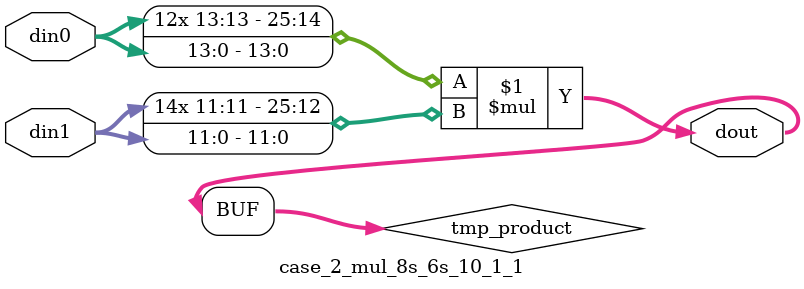
<source format=v>

`timescale 1 ns / 1 ps

 module case_2_mul_8s_6s_10_1_1(din0, din1, dout);
parameter ID = 1;
parameter NUM_STAGE = 0;
parameter din0_WIDTH = 14;
parameter din1_WIDTH = 12;
parameter dout_WIDTH = 26;

input [din0_WIDTH - 1 : 0] din0; 
input [din1_WIDTH - 1 : 0] din1; 
output [dout_WIDTH - 1 : 0] dout;

wire signed [dout_WIDTH - 1 : 0] tmp_product;



























assign tmp_product = $signed(din0) * $signed(din1);








assign dout = tmp_product;





















endmodule

</source>
